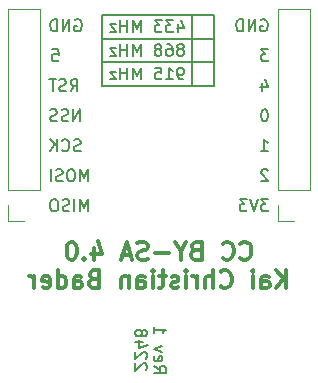
<source format=gbo>
G04 #@! TF.GenerationSoftware,KiCad,Pcbnew,6.0.7+dfsg-1build1*
G04 #@! TF.CreationDate,2022-12-04T12:17:57+01:00*
G04 #@! TF.ProjectId,rfm9xw,72666d39-7877-42e6-9b69-6361645f7063,1*
G04 #@! TF.SameCoordinates,Original*
G04 #@! TF.FileFunction,Legend,Bot*
G04 #@! TF.FilePolarity,Positive*
%FSLAX46Y46*%
G04 Gerber Fmt 4.6, Leading zero omitted, Abs format (unit mm)*
G04 Created by KiCad (PCBNEW 6.0.7+dfsg-1build1) date 2022-12-04 12:17:57*
%MOMM*%
%LPD*%
G01*
G04 APERTURE LIST*
%ADD10C,0.200000*%
%ADD11C,0.300000*%
%ADD12C,0.120000*%
%ADD13R,1.350000X4.200000*%
%ADD14R,1.700000X1.700000*%
%ADD15O,1.700000X1.700000*%
G04 APERTURE END LIST*
D10*
X96174000Y-53215000D02*
X105699000Y-53215000D01*
X105699000Y-53215000D02*
X105699000Y-47215000D01*
X96174000Y-51215000D02*
X105699000Y-51215000D01*
X96174000Y-49215000D02*
X105699000Y-49215000D01*
X103794000Y-53215000D02*
X103794000Y-47215000D01*
X96174000Y-47215000D02*
X96174000Y-53215000D01*
X105699000Y-47215000D02*
X96174000Y-47215000D01*
X102912571Y-50095952D02*
X103007809Y-50048333D01*
X103055428Y-50000714D01*
X103103047Y-49905476D01*
X103103047Y-49857857D01*
X103055428Y-49762619D01*
X103007809Y-49715000D01*
X102912571Y-49667380D01*
X102722095Y-49667380D01*
X102626857Y-49715000D01*
X102579238Y-49762619D01*
X102531619Y-49857857D01*
X102531619Y-49905476D01*
X102579238Y-50000714D01*
X102626857Y-50048333D01*
X102722095Y-50095952D01*
X102912571Y-50095952D01*
X103007809Y-50143571D01*
X103055428Y-50191190D01*
X103103047Y-50286428D01*
X103103047Y-50476904D01*
X103055428Y-50572142D01*
X103007809Y-50619761D01*
X102912571Y-50667380D01*
X102722095Y-50667380D01*
X102626857Y-50619761D01*
X102579238Y-50572142D01*
X102531619Y-50476904D01*
X102531619Y-50286428D01*
X102579238Y-50191190D01*
X102626857Y-50143571D01*
X102722095Y-50095952D01*
X101674476Y-49667380D02*
X101864952Y-49667380D01*
X101960190Y-49715000D01*
X102007809Y-49762619D01*
X102103047Y-49905476D01*
X102150666Y-50095952D01*
X102150666Y-50476904D01*
X102103047Y-50572142D01*
X102055428Y-50619761D01*
X101960190Y-50667380D01*
X101769714Y-50667380D01*
X101674476Y-50619761D01*
X101626857Y-50572142D01*
X101579238Y-50476904D01*
X101579238Y-50238809D01*
X101626857Y-50143571D01*
X101674476Y-50095952D01*
X101769714Y-50048333D01*
X101960190Y-50048333D01*
X102055428Y-50095952D01*
X102103047Y-50143571D01*
X102150666Y-50238809D01*
X101007809Y-50095952D02*
X101103047Y-50048333D01*
X101150666Y-50000714D01*
X101198285Y-49905476D01*
X101198285Y-49857857D01*
X101150666Y-49762619D01*
X101103047Y-49715000D01*
X101007809Y-49667380D01*
X100817333Y-49667380D01*
X100722095Y-49715000D01*
X100674476Y-49762619D01*
X100626857Y-49857857D01*
X100626857Y-49905476D01*
X100674476Y-50000714D01*
X100722095Y-50048333D01*
X100817333Y-50095952D01*
X101007809Y-50095952D01*
X101103047Y-50143571D01*
X101150666Y-50191190D01*
X101198285Y-50286428D01*
X101198285Y-50476904D01*
X101150666Y-50572142D01*
X101103047Y-50619761D01*
X101007809Y-50667380D01*
X100817333Y-50667380D01*
X100722095Y-50619761D01*
X100674476Y-50572142D01*
X100626857Y-50476904D01*
X100626857Y-50286428D01*
X100674476Y-50191190D01*
X100722095Y-50143571D01*
X100817333Y-50095952D01*
X99436380Y-50667380D02*
X99436380Y-49667380D01*
X99103047Y-50381666D01*
X98769714Y-49667380D01*
X98769714Y-50667380D01*
X98293523Y-50667380D02*
X98293523Y-49667380D01*
X98293523Y-50143571D02*
X97722095Y-50143571D01*
X97722095Y-50667380D02*
X97722095Y-49667380D01*
X97341142Y-50000714D02*
X96817333Y-50000714D01*
X97341142Y-50667380D01*
X96817333Y-50667380D01*
X109633095Y-58747380D02*
X110204523Y-58747380D01*
X109918809Y-58747380D02*
X109918809Y-57747380D01*
X110014047Y-57890238D01*
X110109285Y-57985476D01*
X110204523Y-58033095D01*
X109728333Y-53000714D02*
X109728333Y-53667380D01*
X109966428Y-52619761D02*
X110204523Y-53334047D01*
X109585476Y-53334047D01*
X110252142Y-50127380D02*
X109633095Y-50127380D01*
X109966428Y-50508333D01*
X109823571Y-50508333D01*
X109728333Y-50555952D01*
X109680714Y-50603571D01*
X109633095Y-50698809D01*
X109633095Y-50936904D01*
X109680714Y-51032142D01*
X109728333Y-51079761D01*
X109823571Y-51127380D01*
X110109285Y-51127380D01*
X110204523Y-51079761D01*
X110252142Y-51032142D01*
X94366904Y-58699761D02*
X94224047Y-58747380D01*
X93985952Y-58747380D01*
X93890714Y-58699761D01*
X93843095Y-58652142D01*
X93795476Y-58556904D01*
X93795476Y-58461666D01*
X93843095Y-58366428D01*
X93890714Y-58318809D01*
X93985952Y-58271190D01*
X94176428Y-58223571D01*
X94271666Y-58175952D01*
X94319285Y-58128333D01*
X94366904Y-58033095D01*
X94366904Y-57937857D01*
X94319285Y-57842619D01*
X94271666Y-57795000D01*
X94176428Y-57747380D01*
X93938333Y-57747380D01*
X93795476Y-57795000D01*
X92795476Y-58652142D02*
X92843095Y-58699761D01*
X92985952Y-58747380D01*
X93081190Y-58747380D01*
X93224047Y-58699761D01*
X93319285Y-58604523D01*
X93366904Y-58509285D01*
X93414523Y-58318809D01*
X93414523Y-58175952D01*
X93366904Y-57985476D01*
X93319285Y-57890238D01*
X93224047Y-57795000D01*
X93081190Y-57747380D01*
X92985952Y-57747380D01*
X92843095Y-57795000D01*
X92795476Y-57842619D01*
X92366904Y-58747380D02*
X92366904Y-57747380D01*
X91795476Y-58747380D02*
X92224047Y-58175952D01*
X91795476Y-57747380D02*
X92366904Y-58318809D01*
X103007809Y-52667380D02*
X102817333Y-52667380D01*
X102722095Y-52619761D01*
X102674476Y-52572142D01*
X102579238Y-52429285D01*
X102531619Y-52238809D01*
X102531619Y-51857857D01*
X102579238Y-51762619D01*
X102626857Y-51715000D01*
X102722095Y-51667380D01*
X102912571Y-51667380D01*
X103007809Y-51715000D01*
X103055428Y-51762619D01*
X103103047Y-51857857D01*
X103103047Y-52095952D01*
X103055428Y-52191190D01*
X103007809Y-52238809D01*
X102912571Y-52286428D01*
X102722095Y-52286428D01*
X102626857Y-52238809D01*
X102579238Y-52191190D01*
X102531619Y-52095952D01*
X101579238Y-52667380D02*
X102150666Y-52667380D01*
X101864952Y-52667380D02*
X101864952Y-51667380D01*
X101960190Y-51810238D01*
X102055428Y-51905476D01*
X102150666Y-51953095D01*
X100674476Y-51667380D02*
X101150666Y-51667380D01*
X101198285Y-52143571D01*
X101150666Y-52095952D01*
X101055428Y-52048333D01*
X100817333Y-52048333D01*
X100722095Y-52095952D01*
X100674476Y-52143571D01*
X100626857Y-52238809D01*
X100626857Y-52476904D01*
X100674476Y-52572142D01*
X100722095Y-52619761D01*
X100817333Y-52667380D01*
X101055428Y-52667380D01*
X101150666Y-52619761D01*
X101198285Y-52572142D01*
X99436380Y-52667380D02*
X99436380Y-51667380D01*
X99103047Y-52381666D01*
X98769714Y-51667380D01*
X98769714Y-52667380D01*
X98293523Y-52667380D02*
X98293523Y-51667380D01*
X98293523Y-52143571D02*
X97722095Y-52143571D01*
X97722095Y-52667380D02*
X97722095Y-51667380D01*
X97341142Y-52000714D02*
X96817333Y-52000714D01*
X97341142Y-52667380D01*
X96817333Y-52667380D01*
X94319285Y-56207380D02*
X94319285Y-55207380D01*
X93747857Y-56207380D01*
X93747857Y-55207380D01*
X93319285Y-56159761D02*
X93176428Y-56207380D01*
X92938333Y-56207380D01*
X92843095Y-56159761D01*
X92795476Y-56112142D01*
X92747857Y-56016904D01*
X92747857Y-55921666D01*
X92795476Y-55826428D01*
X92843095Y-55778809D01*
X92938333Y-55731190D01*
X93128809Y-55683571D01*
X93224047Y-55635952D01*
X93271666Y-55588333D01*
X93319285Y-55493095D01*
X93319285Y-55397857D01*
X93271666Y-55302619D01*
X93224047Y-55255000D01*
X93128809Y-55207380D01*
X92890714Y-55207380D01*
X92747857Y-55255000D01*
X92366904Y-56159761D02*
X92224047Y-56207380D01*
X91985952Y-56207380D01*
X91890714Y-56159761D01*
X91843095Y-56112142D01*
X91795476Y-56016904D01*
X91795476Y-55921666D01*
X91843095Y-55826428D01*
X91890714Y-55778809D01*
X91985952Y-55731190D01*
X92176428Y-55683571D01*
X92271666Y-55635952D01*
X92319285Y-55588333D01*
X92366904Y-55493095D01*
X92366904Y-55397857D01*
X92319285Y-55302619D01*
X92271666Y-55255000D01*
X92176428Y-55207380D01*
X91938333Y-55207380D01*
X91795476Y-55255000D01*
X102626857Y-48000714D02*
X102626857Y-48667380D01*
X102864952Y-47619761D02*
X103103047Y-48334047D01*
X102484000Y-48334047D01*
X102198285Y-47667380D02*
X101579238Y-47667380D01*
X101912571Y-48048333D01*
X101769714Y-48048333D01*
X101674476Y-48095952D01*
X101626857Y-48143571D01*
X101579238Y-48238809D01*
X101579238Y-48476904D01*
X101626857Y-48572142D01*
X101674476Y-48619761D01*
X101769714Y-48667380D01*
X102055428Y-48667380D01*
X102150666Y-48619761D01*
X102198285Y-48572142D01*
X101245904Y-47667380D02*
X100626857Y-47667380D01*
X100960190Y-48048333D01*
X100817333Y-48048333D01*
X100722095Y-48095952D01*
X100674476Y-48143571D01*
X100626857Y-48238809D01*
X100626857Y-48476904D01*
X100674476Y-48572142D01*
X100722095Y-48619761D01*
X100817333Y-48667380D01*
X101103047Y-48667380D01*
X101198285Y-48619761D01*
X101245904Y-48572142D01*
X99436380Y-48667380D02*
X99436380Y-47667380D01*
X99103047Y-48381666D01*
X98769714Y-47667380D01*
X98769714Y-48667380D01*
X98293523Y-48667380D02*
X98293523Y-47667380D01*
X98293523Y-48143571D02*
X97722095Y-48143571D01*
X97722095Y-48667380D02*
X97722095Y-47667380D01*
X97341142Y-48000714D02*
X96817333Y-48000714D01*
X97341142Y-48667380D01*
X96817333Y-48667380D01*
X110252142Y-62827380D02*
X109633095Y-62827380D01*
X109966428Y-63208333D01*
X109823571Y-63208333D01*
X109728333Y-63255952D01*
X109680714Y-63303571D01*
X109633095Y-63398809D01*
X109633095Y-63636904D01*
X109680714Y-63732142D01*
X109728333Y-63779761D01*
X109823571Y-63827380D01*
X110109285Y-63827380D01*
X110204523Y-63779761D01*
X110252142Y-63732142D01*
X109347380Y-62827380D02*
X109014047Y-63827380D01*
X108680714Y-62827380D01*
X108442619Y-62827380D02*
X107823571Y-62827380D01*
X108156904Y-63208333D01*
X108014047Y-63208333D01*
X107918809Y-63255952D01*
X107871190Y-63303571D01*
X107823571Y-63398809D01*
X107823571Y-63636904D01*
X107871190Y-63732142D01*
X107918809Y-63779761D01*
X108014047Y-63827380D01*
X108299761Y-63827380D01*
X108395000Y-63779761D01*
X108442619Y-63732142D01*
X110204523Y-60382619D02*
X110156904Y-60335000D01*
X110061666Y-60287380D01*
X109823571Y-60287380D01*
X109728333Y-60335000D01*
X109680714Y-60382619D01*
X109633095Y-60477857D01*
X109633095Y-60573095D01*
X109680714Y-60715952D01*
X110252142Y-61287380D01*
X109633095Y-61287380D01*
X93509761Y-53667380D02*
X93843095Y-53191190D01*
X94081190Y-53667380D02*
X94081190Y-52667380D01*
X93700238Y-52667380D01*
X93605000Y-52715000D01*
X93557380Y-52762619D01*
X93509761Y-52857857D01*
X93509761Y-53000714D01*
X93557380Y-53095952D01*
X93605000Y-53143571D01*
X93700238Y-53191190D01*
X94081190Y-53191190D01*
X93128809Y-53619761D02*
X92985952Y-53667380D01*
X92747857Y-53667380D01*
X92652619Y-53619761D01*
X92605000Y-53572142D01*
X92557380Y-53476904D01*
X92557380Y-53381666D01*
X92605000Y-53286428D01*
X92652619Y-53238809D01*
X92747857Y-53191190D01*
X92938333Y-53143571D01*
X93033571Y-53095952D01*
X93081190Y-53048333D01*
X93128809Y-52953095D01*
X93128809Y-52857857D01*
X93081190Y-52762619D01*
X93033571Y-52715000D01*
X92938333Y-52667380D01*
X92700238Y-52667380D01*
X92557380Y-52715000D01*
X92271666Y-52667380D02*
X91700238Y-52667380D01*
X91985952Y-53667380D02*
X91985952Y-52667380D01*
X94985952Y-61287380D02*
X94985952Y-60287380D01*
X94652619Y-61001666D01*
X94319285Y-60287380D01*
X94319285Y-61287380D01*
X93652619Y-60287380D02*
X93462142Y-60287380D01*
X93366904Y-60335000D01*
X93271666Y-60430238D01*
X93224047Y-60620714D01*
X93224047Y-60954047D01*
X93271666Y-61144523D01*
X93366904Y-61239761D01*
X93462142Y-61287380D01*
X93652619Y-61287380D01*
X93747857Y-61239761D01*
X93843095Y-61144523D01*
X93890714Y-60954047D01*
X93890714Y-60620714D01*
X93843095Y-60430238D01*
X93747857Y-60335000D01*
X93652619Y-60287380D01*
X92843095Y-61239761D02*
X92700238Y-61287380D01*
X92462142Y-61287380D01*
X92366904Y-61239761D01*
X92319285Y-61192142D01*
X92271666Y-61096904D01*
X92271666Y-61001666D01*
X92319285Y-60906428D01*
X92366904Y-60858809D01*
X92462142Y-60811190D01*
X92652619Y-60763571D01*
X92747857Y-60715952D01*
X92795476Y-60668333D01*
X92843095Y-60573095D01*
X92843095Y-60477857D01*
X92795476Y-60382619D01*
X92747857Y-60335000D01*
X92652619Y-60287380D01*
X92414523Y-60287380D01*
X92271666Y-60335000D01*
X91843095Y-61287380D02*
X91843095Y-60287380D01*
X109966428Y-55207380D02*
X109871190Y-55207380D01*
X109775952Y-55255000D01*
X109728333Y-55302619D01*
X109680714Y-55397857D01*
X109633095Y-55588333D01*
X109633095Y-55826428D01*
X109680714Y-56016904D01*
X109728333Y-56112142D01*
X109775952Y-56159761D01*
X109871190Y-56207380D01*
X109966428Y-56207380D01*
X110061666Y-56159761D01*
X110109285Y-56112142D01*
X110156904Y-56016904D01*
X110204523Y-55826428D01*
X110204523Y-55588333D01*
X110156904Y-55397857D01*
X110109285Y-55302619D01*
X110061666Y-55255000D01*
X109966428Y-55207380D01*
D11*
X107892857Y-67783214D02*
X107964285Y-67854642D01*
X108178571Y-67926071D01*
X108321428Y-67926071D01*
X108535714Y-67854642D01*
X108678571Y-67711785D01*
X108750000Y-67568928D01*
X108821428Y-67283214D01*
X108821428Y-67068928D01*
X108750000Y-66783214D01*
X108678571Y-66640357D01*
X108535714Y-66497500D01*
X108321428Y-66426071D01*
X108178571Y-66426071D01*
X107964285Y-66497500D01*
X107892857Y-66568928D01*
X106392857Y-67783214D02*
X106464285Y-67854642D01*
X106678571Y-67926071D01*
X106821428Y-67926071D01*
X107035714Y-67854642D01*
X107178571Y-67711785D01*
X107250000Y-67568928D01*
X107321428Y-67283214D01*
X107321428Y-67068928D01*
X107250000Y-66783214D01*
X107178571Y-66640357D01*
X107035714Y-66497500D01*
X106821428Y-66426071D01*
X106678571Y-66426071D01*
X106464285Y-66497500D01*
X106392857Y-66568928D01*
X104107142Y-67140357D02*
X103892857Y-67211785D01*
X103821428Y-67283214D01*
X103750000Y-67426071D01*
X103750000Y-67640357D01*
X103821428Y-67783214D01*
X103892857Y-67854642D01*
X104035714Y-67926071D01*
X104607142Y-67926071D01*
X104607142Y-66426071D01*
X104107142Y-66426071D01*
X103964285Y-66497500D01*
X103892857Y-66568928D01*
X103821428Y-66711785D01*
X103821428Y-66854642D01*
X103892857Y-66997500D01*
X103964285Y-67068928D01*
X104107142Y-67140357D01*
X104607142Y-67140357D01*
X102821428Y-67211785D02*
X102821428Y-67926071D01*
X103321428Y-66426071D02*
X102821428Y-67211785D01*
X102321428Y-66426071D01*
X101821428Y-67354642D02*
X100678571Y-67354642D01*
X100035714Y-67854642D02*
X99821428Y-67926071D01*
X99464285Y-67926071D01*
X99321428Y-67854642D01*
X99250000Y-67783214D01*
X99178571Y-67640357D01*
X99178571Y-67497500D01*
X99250000Y-67354642D01*
X99321428Y-67283214D01*
X99464285Y-67211785D01*
X99750000Y-67140357D01*
X99892857Y-67068928D01*
X99964285Y-66997500D01*
X100035714Y-66854642D01*
X100035714Y-66711785D01*
X99964285Y-66568928D01*
X99892857Y-66497500D01*
X99750000Y-66426071D01*
X99392857Y-66426071D01*
X99178571Y-66497500D01*
X98607142Y-67497500D02*
X97892857Y-67497500D01*
X98750000Y-67926071D02*
X98250000Y-66426071D01*
X97750000Y-67926071D01*
X95464285Y-66926071D02*
X95464285Y-67926071D01*
X95821428Y-66354642D02*
X96178571Y-67426071D01*
X95250000Y-67426071D01*
X94678571Y-67783214D02*
X94607142Y-67854642D01*
X94678571Y-67926071D01*
X94750000Y-67854642D01*
X94678571Y-67783214D01*
X94678571Y-67926071D01*
X93678571Y-66426071D02*
X93535714Y-66426071D01*
X93392857Y-66497500D01*
X93321428Y-66568928D01*
X93250000Y-66711785D01*
X93178571Y-66997500D01*
X93178571Y-67354642D01*
X93250000Y-67640357D01*
X93321428Y-67783214D01*
X93392857Y-67854642D01*
X93535714Y-67926071D01*
X93678571Y-67926071D01*
X93821428Y-67854642D01*
X93892857Y-67783214D01*
X93964285Y-67640357D01*
X94035714Y-67354642D01*
X94035714Y-66997500D01*
X93964285Y-66711785D01*
X93892857Y-66568928D01*
X93821428Y-66497500D01*
X93678571Y-66426071D01*
X111785714Y-70341071D02*
X111785714Y-68841071D01*
X110928571Y-70341071D02*
X111571428Y-69483928D01*
X110928571Y-68841071D02*
X111785714Y-69698214D01*
X109642857Y-70341071D02*
X109642857Y-69555357D01*
X109714285Y-69412500D01*
X109857142Y-69341071D01*
X110142857Y-69341071D01*
X110285714Y-69412500D01*
X109642857Y-70269642D02*
X109785714Y-70341071D01*
X110142857Y-70341071D01*
X110285714Y-70269642D01*
X110357142Y-70126785D01*
X110357142Y-69983928D01*
X110285714Y-69841071D01*
X110142857Y-69769642D01*
X109785714Y-69769642D01*
X109642857Y-69698214D01*
X108928571Y-70341071D02*
X108928571Y-69341071D01*
X108928571Y-68841071D02*
X109000000Y-68912500D01*
X108928571Y-68983928D01*
X108857142Y-68912500D01*
X108928571Y-68841071D01*
X108928571Y-68983928D01*
X106214285Y-70198214D02*
X106285714Y-70269642D01*
X106500000Y-70341071D01*
X106642857Y-70341071D01*
X106857142Y-70269642D01*
X107000000Y-70126785D01*
X107071428Y-69983928D01*
X107142857Y-69698214D01*
X107142857Y-69483928D01*
X107071428Y-69198214D01*
X107000000Y-69055357D01*
X106857142Y-68912500D01*
X106642857Y-68841071D01*
X106500000Y-68841071D01*
X106285714Y-68912500D01*
X106214285Y-68983928D01*
X105571428Y-70341071D02*
X105571428Y-68841071D01*
X104928571Y-70341071D02*
X104928571Y-69555357D01*
X105000000Y-69412500D01*
X105142857Y-69341071D01*
X105357142Y-69341071D01*
X105500000Y-69412500D01*
X105571428Y-69483928D01*
X104214285Y-70341071D02*
X104214285Y-69341071D01*
X104214285Y-69626785D02*
X104142857Y-69483928D01*
X104071428Y-69412500D01*
X103928571Y-69341071D01*
X103785714Y-69341071D01*
X103285714Y-70341071D02*
X103285714Y-69341071D01*
X103285714Y-68841071D02*
X103357142Y-68912500D01*
X103285714Y-68983928D01*
X103214285Y-68912500D01*
X103285714Y-68841071D01*
X103285714Y-68983928D01*
X102642857Y-70269642D02*
X102500000Y-70341071D01*
X102214285Y-70341071D01*
X102071428Y-70269642D01*
X102000000Y-70126785D01*
X102000000Y-70055357D01*
X102071428Y-69912500D01*
X102214285Y-69841071D01*
X102428571Y-69841071D01*
X102571428Y-69769642D01*
X102642857Y-69626785D01*
X102642857Y-69555357D01*
X102571428Y-69412500D01*
X102428571Y-69341071D01*
X102214285Y-69341071D01*
X102071428Y-69412500D01*
X101571428Y-69341071D02*
X101000000Y-69341071D01*
X101357142Y-68841071D02*
X101357142Y-70126785D01*
X101285714Y-70269642D01*
X101142857Y-70341071D01*
X101000000Y-70341071D01*
X100500000Y-70341071D02*
X100500000Y-69341071D01*
X100500000Y-68841071D02*
X100571428Y-68912500D01*
X100500000Y-68983928D01*
X100428571Y-68912500D01*
X100500000Y-68841071D01*
X100500000Y-68983928D01*
X99142857Y-70341071D02*
X99142857Y-69555357D01*
X99214285Y-69412500D01*
X99357142Y-69341071D01*
X99642857Y-69341071D01*
X99785714Y-69412500D01*
X99142857Y-70269642D02*
X99285714Y-70341071D01*
X99642857Y-70341071D01*
X99785714Y-70269642D01*
X99857142Y-70126785D01*
X99857142Y-69983928D01*
X99785714Y-69841071D01*
X99642857Y-69769642D01*
X99285714Y-69769642D01*
X99142857Y-69698214D01*
X98428571Y-69341071D02*
X98428571Y-70341071D01*
X98428571Y-69483928D02*
X98357142Y-69412500D01*
X98214285Y-69341071D01*
X98000000Y-69341071D01*
X97857142Y-69412500D01*
X97785714Y-69555357D01*
X97785714Y-70341071D01*
X95428571Y-69555357D02*
X95214285Y-69626785D01*
X95142857Y-69698214D01*
X95071428Y-69841071D01*
X95071428Y-70055357D01*
X95142857Y-70198214D01*
X95214285Y-70269642D01*
X95357142Y-70341071D01*
X95928571Y-70341071D01*
X95928571Y-68841071D01*
X95428571Y-68841071D01*
X95285714Y-68912500D01*
X95214285Y-68983928D01*
X95142857Y-69126785D01*
X95142857Y-69269642D01*
X95214285Y-69412500D01*
X95285714Y-69483928D01*
X95428571Y-69555357D01*
X95928571Y-69555357D01*
X93785714Y-70341071D02*
X93785714Y-69555357D01*
X93857142Y-69412500D01*
X94000000Y-69341071D01*
X94285714Y-69341071D01*
X94428571Y-69412500D01*
X93785714Y-70269642D02*
X93928571Y-70341071D01*
X94285714Y-70341071D01*
X94428571Y-70269642D01*
X94500000Y-70126785D01*
X94500000Y-69983928D01*
X94428571Y-69841071D01*
X94285714Y-69769642D01*
X93928571Y-69769642D01*
X93785714Y-69698214D01*
X92428571Y-70341071D02*
X92428571Y-68841071D01*
X92428571Y-70269642D02*
X92571428Y-70341071D01*
X92857142Y-70341071D01*
X93000000Y-70269642D01*
X93071428Y-70198214D01*
X93142857Y-70055357D01*
X93142857Y-69626785D01*
X93071428Y-69483928D01*
X93000000Y-69412500D01*
X92857142Y-69341071D01*
X92571428Y-69341071D01*
X92428571Y-69412500D01*
X91142857Y-70269642D02*
X91285714Y-70341071D01*
X91571428Y-70341071D01*
X91714285Y-70269642D01*
X91785714Y-70126785D01*
X91785714Y-69555357D01*
X91714285Y-69412500D01*
X91571428Y-69341071D01*
X91285714Y-69341071D01*
X91142857Y-69412500D01*
X91071428Y-69555357D01*
X91071428Y-69698214D01*
X91785714Y-69841071D01*
X90428571Y-70341071D02*
X90428571Y-69341071D01*
X90428571Y-69626785D02*
X90357142Y-69483928D01*
X90285714Y-69412500D01*
X90142857Y-69341071D01*
X90000000Y-69341071D01*
D10*
X93890714Y-47635000D02*
X93985952Y-47587380D01*
X94128809Y-47587380D01*
X94271666Y-47635000D01*
X94366904Y-47730238D01*
X94414523Y-47825476D01*
X94462142Y-48015952D01*
X94462142Y-48158809D01*
X94414523Y-48349285D01*
X94366904Y-48444523D01*
X94271666Y-48539761D01*
X94128809Y-48587380D01*
X94033571Y-48587380D01*
X93890714Y-48539761D01*
X93843095Y-48492142D01*
X93843095Y-48158809D01*
X94033571Y-48158809D01*
X93414523Y-48587380D02*
X93414523Y-47587380D01*
X92843095Y-48587380D01*
X92843095Y-47587380D01*
X92366904Y-48587380D02*
X92366904Y-47587380D01*
X92128809Y-47587380D01*
X91985952Y-47635000D01*
X91890714Y-47730238D01*
X91843095Y-47825476D01*
X91795476Y-48015952D01*
X91795476Y-48158809D01*
X91843095Y-48349285D01*
X91890714Y-48444523D01*
X91985952Y-48539761D01*
X92128809Y-48587380D01*
X92366904Y-48587380D01*
X100590619Y-76924142D02*
X101066809Y-77257476D01*
X100590619Y-77495571D02*
X101590619Y-77495571D01*
X101590619Y-77114619D01*
X101543000Y-77019380D01*
X101495380Y-76971761D01*
X101400142Y-76924142D01*
X101257285Y-76924142D01*
X101162047Y-76971761D01*
X101114428Y-77019380D01*
X101066809Y-77114619D01*
X101066809Y-77495571D01*
X100638238Y-76114619D02*
X100590619Y-76209857D01*
X100590619Y-76400333D01*
X100638238Y-76495571D01*
X100733476Y-76543190D01*
X101114428Y-76543190D01*
X101209666Y-76495571D01*
X101257285Y-76400333D01*
X101257285Y-76209857D01*
X101209666Y-76114619D01*
X101114428Y-76067000D01*
X101019190Y-76067000D01*
X100923952Y-76543190D01*
X101257285Y-75733666D02*
X100590619Y-75495571D01*
X101257285Y-75257476D01*
X100590619Y-73590809D02*
X100590619Y-74162238D01*
X100590619Y-73876523D02*
X101590619Y-73876523D01*
X101447761Y-73971761D01*
X101352523Y-74067000D01*
X101304904Y-74162238D01*
X99885380Y-77281285D02*
X99933000Y-77233666D01*
X99980619Y-77138428D01*
X99980619Y-76900333D01*
X99933000Y-76805095D01*
X99885380Y-76757476D01*
X99790142Y-76709857D01*
X99694904Y-76709857D01*
X99552047Y-76757476D01*
X98980619Y-77328904D01*
X98980619Y-76709857D01*
X99885380Y-76328904D02*
X99933000Y-76281285D01*
X99980619Y-76186047D01*
X99980619Y-75947952D01*
X99933000Y-75852714D01*
X99885380Y-75805095D01*
X99790142Y-75757476D01*
X99694904Y-75757476D01*
X99552047Y-75805095D01*
X98980619Y-76376523D01*
X98980619Y-75757476D01*
X99647285Y-74900333D02*
X98980619Y-74900333D01*
X100028238Y-75138428D02*
X99313952Y-75376523D01*
X99313952Y-74757476D01*
X99552047Y-74233666D02*
X99599666Y-74328904D01*
X99647285Y-74376523D01*
X99742523Y-74424142D01*
X99790142Y-74424142D01*
X99885380Y-74376523D01*
X99933000Y-74328904D01*
X99980619Y-74233666D01*
X99980619Y-74043190D01*
X99933000Y-73947952D01*
X99885380Y-73900333D01*
X99790142Y-73852714D01*
X99742523Y-73852714D01*
X99647285Y-73900333D01*
X99599666Y-73947952D01*
X99552047Y-74043190D01*
X99552047Y-74233666D01*
X99504428Y-74328904D01*
X99456809Y-74376523D01*
X99361571Y-74424142D01*
X99171095Y-74424142D01*
X99075857Y-74376523D01*
X99028238Y-74328904D01*
X98980619Y-74233666D01*
X98980619Y-74043190D01*
X99028238Y-73947952D01*
X99075857Y-73900333D01*
X99171095Y-73852714D01*
X99361571Y-73852714D01*
X99456809Y-73900333D01*
X99504428Y-73947952D01*
X99552047Y-74043190D01*
X109633095Y-47635000D02*
X109728333Y-47587380D01*
X109871190Y-47587380D01*
X110014047Y-47635000D01*
X110109285Y-47730238D01*
X110156904Y-47825476D01*
X110204523Y-48015952D01*
X110204523Y-48158809D01*
X110156904Y-48349285D01*
X110109285Y-48444523D01*
X110014047Y-48539761D01*
X109871190Y-48587380D01*
X109775952Y-48587380D01*
X109633095Y-48539761D01*
X109585476Y-48492142D01*
X109585476Y-48158809D01*
X109775952Y-48158809D01*
X109156904Y-48587380D02*
X109156904Y-47587380D01*
X108585476Y-48587380D01*
X108585476Y-47587380D01*
X108109285Y-48587380D02*
X108109285Y-47587380D01*
X107871190Y-47587380D01*
X107728333Y-47635000D01*
X107633095Y-47730238D01*
X107585476Y-47825476D01*
X107537857Y-48015952D01*
X107537857Y-48158809D01*
X107585476Y-48349285D01*
X107633095Y-48444523D01*
X107728333Y-48539761D01*
X107871190Y-48587380D01*
X108109285Y-48587380D01*
X94985952Y-63827380D02*
X94985952Y-62827380D01*
X94652619Y-63541666D01*
X94319285Y-62827380D01*
X94319285Y-63827380D01*
X93843095Y-63827380D02*
X93843095Y-62827380D01*
X93414523Y-63779761D02*
X93271666Y-63827380D01*
X93033571Y-63827380D01*
X92938333Y-63779761D01*
X92890714Y-63732142D01*
X92843095Y-63636904D01*
X92843095Y-63541666D01*
X92890714Y-63446428D01*
X92938333Y-63398809D01*
X93033571Y-63351190D01*
X93224047Y-63303571D01*
X93319285Y-63255952D01*
X93366904Y-63208333D01*
X93414523Y-63113095D01*
X93414523Y-63017857D01*
X93366904Y-62922619D01*
X93319285Y-62875000D01*
X93224047Y-62827380D01*
X92985952Y-62827380D01*
X92843095Y-62875000D01*
X92224047Y-62827380D02*
X92033571Y-62827380D01*
X91938333Y-62875000D01*
X91843095Y-62970238D01*
X91795476Y-63160714D01*
X91795476Y-63494047D01*
X91843095Y-63684523D01*
X91938333Y-63779761D01*
X92033571Y-63827380D01*
X92224047Y-63827380D01*
X92319285Y-63779761D01*
X92414523Y-63684523D01*
X92462142Y-63494047D01*
X92462142Y-63160714D01*
X92414523Y-62970238D01*
X92319285Y-62875000D01*
X92224047Y-62827380D01*
X91970095Y-50127380D02*
X92446285Y-50127380D01*
X92493904Y-50603571D01*
X92446285Y-50555952D01*
X92351047Y-50508333D01*
X92112952Y-50508333D01*
X92017714Y-50555952D01*
X91970095Y-50603571D01*
X91922476Y-50698809D01*
X91922476Y-50936904D01*
X91970095Y-51032142D01*
X92017714Y-51079761D01*
X92112952Y-51127380D01*
X92351047Y-51127380D01*
X92446285Y-51079761D01*
X92493904Y-51032142D01*
D12*
X111100000Y-63315000D02*
X111100000Y-64645000D01*
X113760000Y-62045000D02*
X113760000Y-46745000D01*
X111100000Y-62045000D02*
X113760000Y-62045000D01*
X111100000Y-46745000D02*
X113760000Y-46745000D01*
X111100000Y-64645000D02*
X112430000Y-64645000D01*
X111100000Y-62045000D02*
X111100000Y-46745000D01*
X88240000Y-62045000D02*
X88240000Y-46745000D01*
X88240000Y-64645000D02*
X89570000Y-64645000D01*
X88240000Y-46745000D02*
X90900000Y-46745000D01*
X90900000Y-62045000D02*
X90900000Y-46745000D01*
X88240000Y-63315000D02*
X88240000Y-64645000D01*
X88240000Y-62045000D02*
X90900000Y-62045000D01*
%LPC*%
D13*
X103190000Y-76050000D03*
X97540000Y-76050000D03*
D14*
X112430000Y-63315000D03*
D15*
X112430000Y-60775000D03*
X112430000Y-58235000D03*
X112430000Y-55695000D03*
X112430000Y-53155000D03*
X112430000Y-50615000D03*
X112430000Y-48075000D03*
D14*
X89570000Y-63315000D03*
D15*
X89570000Y-60775000D03*
X89570000Y-58235000D03*
X89570000Y-55695000D03*
X89570000Y-53155000D03*
X89570000Y-50615000D03*
X89570000Y-48075000D03*
M02*

</source>
